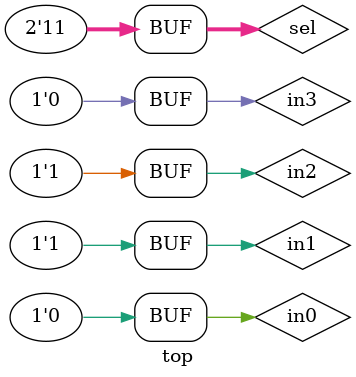
<source format=v>
`include "mux-4x1.v"

module top;
    reg in0, in1, in2, in3;
    reg [1:0] sel;
    wire out;

    mux_4x1 mux (out, in0, in1, in2, in3, sel);

    initial begin
        in0 = 1'b0; in1 = 1'b1; in2 = 1'b1; in3 = 1'b0;
        sel = 2'b00;
        #10; sel = 2'b01;
        #10; sel = 2'b10;
        #10; sel = 2'b11;
    end

    initial
        $monitor ($time, " in0=%b in1=%b in2=%b in3=%b sel=%b out=%b", in0, in1, in2, in3, sel, out);
endmodule
</source>
